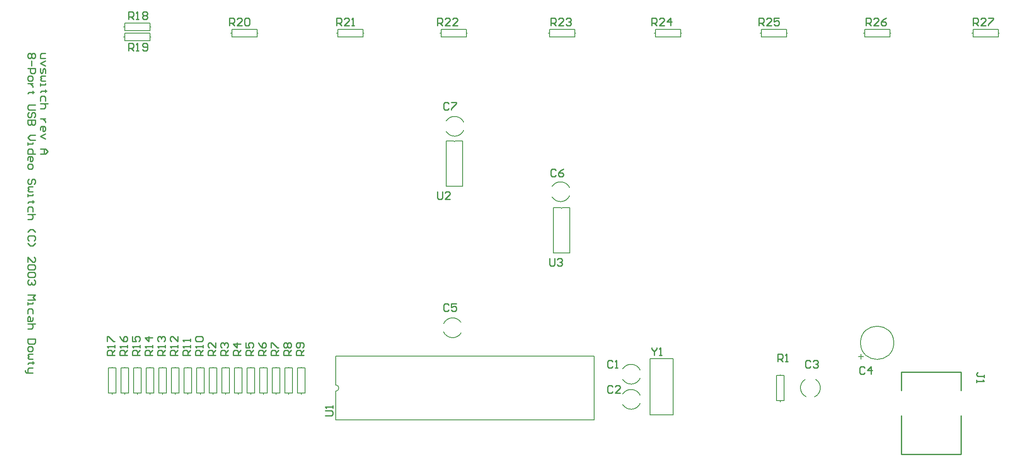
<source format=gto>
%FSLAX23Y23*%
%MOIN*%
G70*
G01*
G75*
%ADD10R,0.059X0.012*%
%ADD11O,0.059X0.012*%
%ADD12C,0.010*%
%ADD13C,0.300*%
%ADD14C,0.130*%
%ADD15C,0.110*%
%ADD16R,0.059X0.059*%
%ADD17C,0.059*%
%ADD18C,0.055*%
%ADD19R,0.053X0.053*%
%ADD20C,0.053*%
%ADD21C,0.047*%
%ADD22R,0.047X0.047*%
%ADD23R,0.059X0.059*%
%ADD24C,0.059*%
%ADD25C,0.065*%
%ADD26C,0.180*%
%ADD27C,0.050*%
%ADD28C,0.008*%
%ADD29C,0.006*%
D12*
X8080Y1014D02*
X8554D01*
Y1320D01*
X8080Y1014D02*
Y1320D01*
Y1668D02*
X8554D01*
X8080Y1520D02*
Y1668D01*
X8554Y1520D02*
Y1668D01*
X1290Y4200D02*
X1260D01*
X1250Y4190D01*
Y4160D01*
X1290D01*
Y4140D02*
X1250Y4120D01*
X1290Y4100D01*
X1250Y4080D02*
Y4050D01*
X1260Y4040D01*
X1270Y4050D01*
Y4070D01*
X1280Y4080D01*
X1290Y4070D01*
Y4040D01*
Y4020D02*
X1260D01*
X1250Y4010D01*
X1260Y4000D01*
X1250Y3990D01*
X1260Y3980D01*
X1290D01*
X1250Y3960D02*
Y3940D01*
Y3950D01*
X1290D01*
Y3960D01*
X1300Y3900D02*
X1290D01*
Y3910D01*
Y3890D01*
Y3900D01*
X1260D01*
X1250Y3890D01*
X1290Y3820D02*
Y3850D01*
X1280Y3860D01*
X1260D01*
X1250Y3850D01*
Y3820D01*
X1310Y3800D02*
X1250D01*
X1280D01*
X1290Y3790D01*
Y3770D01*
X1280Y3760D01*
X1250D01*
X1290Y3680D02*
X1250D01*
X1270D01*
X1280Y3670D01*
X1290Y3660D01*
Y3650D01*
X1250Y3590D02*
Y3610D01*
X1260Y3620D01*
X1280D01*
X1290Y3610D01*
Y3590D01*
X1280Y3580D01*
X1270D01*
Y3620D01*
X1290Y3560D02*
X1250Y3540D01*
X1290Y3520D01*
X1250Y3440D02*
X1290D01*
X1310Y3420D01*
X1290Y3400D01*
X1250D01*
X1280D01*
Y3440D01*
X1200Y4200D02*
X1210Y4190D01*
Y4170D01*
X1200Y4160D01*
X1190D01*
X1180Y4170D01*
X1170Y4160D01*
X1160D01*
X1150Y4170D01*
Y4190D01*
X1160Y4200D01*
X1170D01*
X1180Y4190D01*
X1190Y4200D01*
X1200D01*
X1180Y4190D02*
Y4170D01*
Y4140D02*
Y4100D01*
X1150Y4080D02*
X1210D01*
Y4050D01*
X1200Y4040D01*
X1180D01*
X1170Y4050D01*
Y4080D01*
X1150Y4010D02*
Y3990D01*
X1160Y3980D01*
X1180D01*
X1190Y3990D01*
Y4010D01*
X1180Y4020D01*
X1160D01*
X1150Y4010D01*
X1190Y3960D02*
X1150D01*
X1170D01*
X1180Y3950D01*
X1190Y3940D01*
Y3930D01*
X1200Y3890D02*
X1190D01*
Y3900D01*
Y3880D01*
Y3890D01*
X1160D01*
X1150Y3880D01*
X1210Y3790D02*
X1160D01*
X1150Y3780D01*
Y3760D01*
X1160Y3750D01*
X1210D01*
X1200Y3690D02*
X1210Y3700D01*
Y3720D01*
X1200Y3730D01*
X1190D01*
X1180Y3720D01*
Y3700D01*
X1170Y3690D01*
X1160D01*
X1150Y3700D01*
Y3720D01*
X1160Y3730D01*
X1210Y3670D02*
X1150D01*
Y3640D01*
X1160Y3630D01*
X1170D01*
X1180Y3640D01*
Y3670D01*
Y3640D01*
X1190Y3630D01*
X1200D01*
X1210Y3640D01*
Y3670D01*
Y3550D02*
X1170D01*
X1150Y3530D01*
X1170Y3510D01*
X1210D01*
X1150Y3490D02*
Y3470D01*
Y3480D01*
X1190D01*
Y3490D01*
X1210Y3400D02*
X1150D01*
Y3430D01*
X1160Y3440D01*
X1180D01*
X1190Y3430D01*
Y3400D01*
X1150Y3350D02*
Y3370D01*
X1160Y3380D01*
X1180D01*
X1190Y3370D01*
Y3350D01*
X1180Y3340D01*
X1170D01*
Y3380D01*
X1150Y3310D02*
Y3290D01*
X1160Y3280D01*
X1180D01*
X1190Y3290D01*
Y3310D01*
X1180Y3320D01*
X1160D01*
X1150Y3310D01*
X1200Y3160D02*
X1210Y3170D01*
Y3190D01*
X1200Y3200D01*
X1190D01*
X1180Y3190D01*
Y3170D01*
X1170Y3160D01*
X1160D01*
X1150Y3170D01*
Y3190D01*
X1160Y3200D01*
X1190Y3140D02*
X1160D01*
X1150Y3130D01*
X1160Y3120D01*
X1150Y3110D01*
X1160Y3100D01*
X1190D01*
X1150Y3080D02*
Y3060D01*
Y3070D01*
X1190D01*
Y3080D01*
X1200Y3020D02*
X1190D01*
Y3030D01*
Y3010D01*
Y3020D01*
X1160D01*
X1150Y3010D01*
X1190Y2940D02*
Y2970D01*
X1180Y2980D01*
X1160D01*
X1150Y2970D01*
Y2940D01*
X1210Y2920D02*
X1150D01*
X1180D01*
X1190Y2910D01*
Y2890D01*
X1180Y2880D01*
X1150D01*
Y2780D02*
X1170Y2800D01*
X1190D01*
X1210Y2780D01*
X1200Y2710D02*
X1210Y2720D01*
Y2740D01*
X1200Y2750D01*
X1160D01*
X1150Y2740D01*
Y2720D01*
X1160Y2710D01*
X1150Y2690D02*
X1170Y2670D01*
X1190D01*
X1210Y2690D01*
X1150Y2541D02*
Y2581D01*
X1190Y2541D01*
X1200D01*
X1210Y2551D01*
Y2571D01*
X1200Y2581D01*
Y2521D02*
X1210Y2511D01*
Y2491D01*
X1200Y2481D01*
X1160D01*
X1150Y2491D01*
Y2511D01*
X1160Y2521D01*
X1200D01*
Y2461D02*
X1210Y2451D01*
Y2431D01*
X1200Y2421D01*
X1160D01*
X1150Y2431D01*
Y2451D01*
X1160Y2461D01*
X1200D01*
Y2401D02*
X1210Y2391D01*
Y2371D01*
X1200Y2361D01*
X1190D01*
X1180Y2371D01*
Y2381D01*
Y2371D01*
X1170Y2361D01*
X1160D01*
X1150Y2371D01*
Y2391D01*
X1160Y2401D01*
X1150Y2281D02*
X1210D01*
X1190Y2261D01*
X1210Y2241D01*
X1150D01*
Y2221D02*
Y2201D01*
Y2211D01*
X1190D01*
Y2221D01*
Y2131D02*
Y2161D01*
X1180Y2171D01*
X1160D01*
X1150Y2161D01*
Y2131D01*
X1190Y2101D02*
Y2081D01*
X1180Y2071D01*
X1150D01*
Y2101D01*
X1160Y2111D01*
X1170Y2101D01*
Y2071D01*
X1210Y2051D02*
X1150D01*
X1180D01*
X1190Y2041D01*
Y2021D01*
X1180Y2011D01*
X1150D01*
X1210Y1931D02*
X1150D01*
Y1901D01*
X1160Y1891D01*
X1200D01*
X1210Y1901D01*
Y1931D01*
X1150Y1861D02*
Y1841D01*
X1160Y1831D01*
X1180D01*
X1190Y1841D01*
Y1861D01*
X1180Y1871D01*
X1160D01*
X1150Y1861D01*
X1190Y1811D02*
X1160D01*
X1150Y1801D01*
X1160Y1791D01*
X1150Y1781D01*
X1160Y1771D01*
X1190D01*
X1200Y1741D02*
X1190D01*
Y1751D01*
Y1731D01*
Y1741D01*
X1160D01*
X1150Y1731D01*
X1190Y1701D02*
X1160D01*
X1150Y1691D01*
Y1661D01*
X1140D01*
X1130Y1671D01*
Y1681D01*
X1150Y1661D02*
X1190D01*
X1950Y4470D02*
Y4530D01*
X1980D01*
X1990Y4520D01*
Y4500D01*
X1980Y4490D01*
X1950D01*
X1970D02*
X1990Y4470D01*
X2010D02*
X2030D01*
X2020D01*
Y4530D01*
X2010Y4520D01*
X2060D02*
X2070Y4530D01*
X2090D01*
X2100Y4520D01*
Y4510D01*
X2090Y4500D01*
X2100Y4490D01*
Y4480D01*
X2090Y4470D01*
X2070D01*
X2060Y4480D01*
Y4490D01*
X2070Y4500D01*
X2060Y4510D01*
Y4520D01*
X2070Y4500D02*
X2090D01*
X1950Y4220D02*
Y4280D01*
X1980D01*
X1990Y4270D01*
Y4250D01*
X1980Y4240D01*
X1950D01*
X1970D02*
X1990Y4220D01*
X2010D02*
X2030D01*
X2020D01*
Y4280D01*
X2010Y4270D01*
X2060Y4230D02*
X2070Y4220D01*
X2090D01*
X2100Y4230D01*
Y4270D01*
X2090Y4280D01*
X2070D01*
X2060Y4270D01*
Y4260D01*
X2070Y4250D01*
X2100D01*
X2750Y4420D02*
Y4480D01*
X2780D01*
X2790Y4470D01*
Y4450D01*
X2780Y4440D01*
X2750D01*
X2770D02*
X2790Y4420D01*
X2850D02*
X2810D01*
X2850Y4460D01*
Y4470D01*
X2840Y4480D01*
X2820D01*
X2810Y4470D01*
X2870D02*
X2880Y4480D01*
X2900D01*
X2910Y4470D01*
Y4430D01*
X2900Y4420D01*
X2880D01*
X2870Y4430D01*
Y4470D01*
X3600Y4420D02*
Y4480D01*
X3630D01*
X3640Y4470D01*
Y4450D01*
X3630Y4440D01*
X3600D01*
X3620D02*
X3640Y4420D01*
X3700D02*
X3660D01*
X3700Y4460D01*
Y4470D01*
X3690Y4480D01*
X3670D01*
X3660Y4470D01*
X3720Y4420D02*
X3740D01*
X3730D01*
Y4480D01*
X3720Y4470D01*
X4400Y4420D02*
Y4480D01*
X4430D01*
X4440Y4470D01*
Y4450D01*
X4430Y4440D01*
X4400D01*
X4420D02*
X4440Y4420D01*
X4500D02*
X4460D01*
X4500Y4460D01*
Y4470D01*
X4490Y4480D01*
X4470D01*
X4460Y4470D01*
X4560Y4420D02*
X4520D01*
X4560Y4460D01*
Y4470D01*
X4550Y4480D01*
X4530D01*
X4520Y4470D01*
X5300Y4420D02*
Y4480D01*
X5330D01*
X5340Y4470D01*
Y4450D01*
X5330Y4440D01*
X5300D01*
X5320D02*
X5340Y4420D01*
X5400D02*
X5360D01*
X5400Y4460D01*
Y4470D01*
X5390Y4480D01*
X5370D01*
X5360Y4470D01*
X5420D02*
X5430Y4480D01*
X5450D01*
X5460Y4470D01*
Y4460D01*
X5450Y4450D01*
X5440D01*
X5450D01*
X5460Y4440D01*
Y4430D01*
X5450Y4420D01*
X5430D01*
X5420Y4430D01*
X6100Y4420D02*
Y4480D01*
X6130D01*
X6140Y4470D01*
Y4450D01*
X6130Y4440D01*
X6100D01*
X6120D02*
X6140Y4420D01*
X6200D02*
X6160D01*
X6200Y4460D01*
Y4470D01*
X6190Y4480D01*
X6170D01*
X6160Y4470D01*
X6250Y4420D02*
Y4480D01*
X6220Y4450D01*
X6260D01*
X6950Y4420D02*
Y4480D01*
X6980D01*
X6990Y4470D01*
Y4450D01*
X6980Y4440D01*
X6950D01*
X6970D02*
X6990Y4420D01*
X7050D02*
X7010D01*
X7050Y4460D01*
Y4470D01*
X7040Y4480D01*
X7020D01*
X7010Y4470D01*
X7110Y4480D02*
X7070D01*
Y4450D01*
X7090Y4460D01*
X7100D01*
X7110Y4450D01*
Y4430D01*
X7100Y4420D01*
X7080D01*
X7070Y4430D01*
X7800Y4420D02*
Y4480D01*
X7830D01*
X7840Y4470D01*
Y4450D01*
X7830Y4440D01*
X7800D01*
X7820D02*
X7840Y4420D01*
X7900D02*
X7860D01*
X7900Y4460D01*
Y4470D01*
X7890Y4480D01*
X7870D01*
X7860Y4470D01*
X7960Y4480D02*
X7940Y4470D01*
X7920Y4450D01*
Y4430D01*
X7930Y4420D01*
X7950D01*
X7960Y4430D01*
Y4440D01*
X7950Y4450D01*
X7920D01*
X8650Y4420D02*
Y4480D01*
X8680D01*
X8690Y4470D01*
Y4450D01*
X8680Y4440D01*
X8650D01*
X8670D02*
X8690Y4420D01*
X8750D02*
X8710D01*
X8750Y4460D01*
Y4470D01*
X8740Y4480D01*
X8720D01*
X8710Y4470D01*
X8770Y4480D02*
X8810D01*
Y4470D01*
X8770Y4430D01*
Y4420D01*
X5790Y1750D02*
X5780Y1760D01*
X5760D01*
X5750Y1750D01*
Y1710D01*
X5760Y1700D01*
X5780D01*
X5790Y1710D01*
X5810Y1700D02*
X5830D01*
X5820D01*
Y1760D01*
X5810Y1750D01*
X6100Y1860D02*
Y1850D01*
X6120Y1830D01*
X6140Y1850D01*
Y1860D01*
X6120Y1830D02*
Y1800D01*
X6160D02*
X6180D01*
X6170D01*
Y1860D01*
X6160Y1850D01*
X5790Y1550D02*
X5780Y1560D01*
X5760D01*
X5750Y1550D01*
Y1510D01*
X5760Y1500D01*
X5780D01*
X5790Y1510D01*
X5850Y1500D02*
X5810D01*
X5850Y1540D01*
Y1550D01*
X5840Y1560D01*
X5820D01*
X5810Y1550D01*
X7100Y1750D02*
Y1810D01*
X7130D01*
X7140Y1800D01*
Y1780D01*
X7130Y1770D01*
X7100D01*
X7120D02*
X7140Y1750D01*
X7160D02*
X7180D01*
X7170D01*
Y1810D01*
X7160Y1800D01*
X7360Y1750D02*
X7350Y1760D01*
X7330D01*
X7320Y1750D01*
Y1710D01*
X7330Y1700D01*
X7350D01*
X7360Y1710D01*
X7380Y1750D02*
X7390Y1760D01*
X7410D01*
X7420Y1750D01*
Y1740D01*
X7410Y1730D01*
X7400D01*
X7410D01*
X7420Y1720D01*
Y1710D01*
X7410Y1700D01*
X7390D01*
X7380Y1710D01*
X7790Y1700D02*
X7780Y1710D01*
X7760D01*
X7750Y1700D01*
Y1660D01*
X7760Y1650D01*
X7780D01*
X7790Y1660D01*
X7840Y1650D02*
Y1710D01*
X7810Y1680D01*
X7850D01*
X4490Y3800D02*
X4480Y3810D01*
X4460D01*
X4450Y3800D01*
Y3760D01*
X4460Y3750D01*
X4480D01*
X4490Y3760D01*
X4510Y3810D02*
X4550D01*
Y3800D01*
X4510Y3760D01*
Y3750D01*
X5340Y3270D02*
X5330Y3280D01*
X5310D01*
X5300Y3270D01*
Y3230D01*
X5310Y3220D01*
X5330D01*
X5340Y3230D01*
X5400Y3280D02*
X5380Y3270D01*
X5360Y3250D01*
Y3230D01*
X5370Y3220D01*
X5390D01*
X5400Y3230D01*
Y3240D01*
X5390Y3250D01*
X5360D01*
X4490Y2200D02*
X4480Y2210D01*
X4460D01*
X4450Y2200D01*
Y2160D01*
X4460Y2150D01*
X4480D01*
X4490Y2160D01*
X4550Y2210D02*
X4510D01*
Y2180D01*
X4530Y2190D01*
X4540D01*
X4550Y2180D01*
Y2160D01*
X4540Y2150D01*
X4520D01*
X4510Y2160D01*
X3510Y1320D02*
X3560D01*
X3570Y1330D01*
Y1350D01*
X3560Y1360D01*
X3510D01*
X3570Y1380D02*
Y1400D01*
Y1390D01*
X3510D01*
X3520Y1380D01*
X8738Y1623D02*
Y1643D01*
Y1633D01*
X8688D01*
X8678Y1643D01*
Y1653D01*
X8688Y1663D01*
X8678Y1603D02*
Y1583D01*
Y1593D01*
X8738D01*
X8728Y1603D01*
X4400Y3100D02*
Y3050D01*
X4410Y3040D01*
X4430D01*
X4440Y3050D01*
Y3100D01*
X4500Y3040D02*
X4460D01*
X4500Y3080D01*
Y3090D01*
X4490Y3100D01*
X4470D01*
X4460Y3090D01*
X5290Y2570D02*
Y2520D01*
X5300Y2510D01*
X5320D01*
X5330Y2520D01*
Y2570D01*
X5350Y2560D02*
X5360Y2570D01*
X5380D01*
X5390Y2560D01*
Y2550D01*
X5380Y2540D01*
X5370D01*
X5380D01*
X5390Y2530D01*
Y2520D01*
X5380Y2510D01*
X5360D01*
X5350Y2520D01*
X2640Y1800D02*
X2580D01*
Y1830D01*
X2590Y1840D01*
X2610D01*
X2620Y1830D01*
Y1800D01*
Y1820D02*
X2640Y1840D01*
Y1900D02*
Y1860D01*
X2600Y1900D01*
X2590D01*
X2580Y1890D01*
Y1870D01*
X2590Y1860D01*
X2740Y1800D02*
X2680D01*
Y1830D01*
X2690Y1840D01*
X2710D01*
X2720Y1830D01*
Y1800D01*
Y1820D02*
X2740Y1840D01*
X2690Y1860D02*
X2680Y1870D01*
Y1890D01*
X2690Y1900D01*
X2700D01*
X2710Y1890D01*
Y1880D01*
Y1890D01*
X2720Y1900D01*
X2730D01*
X2740Y1890D01*
Y1870D01*
X2730Y1860D01*
X2840Y1800D02*
X2780D01*
Y1830D01*
X2790Y1840D01*
X2810D01*
X2820Y1830D01*
Y1800D01*
Y1820D02*
X2840Y1840D01*
Y1890D02*
X2780D01*
X2810Y1860D01*
Y1900D01*
X2940Y1800D02*
X2880D01*
Y1830D01*
X2890Y1840D01*
X2910D01*
X2920Y1830D01*
Y1800D01*
Y1820D02*
X2940Y1840D01*
X2880Y1900D02*
Y1860D01*
X2910D01*
X2900Y1880D01*
Y1890D01*
X2910Y1900D01*
X2930D01*
X2940Y1890D01*
Y1870D01*
X2930Y1860D01*
X3040Y1800D02*
X2980D01*
Y1830D01*
X2990Y1840D01*
X3010D01*
X3020Y1830D01*
Y1800D01*
Y1820D02*
X3040Y1840D01*
X2980Y1900D02*
X2990Y1880D01*
X3010Y1860D01*
X3030D01*
X3040Y1870D01*
Y1890D01*
X3030Y1900D01*
X3020D01*
X3010Y1890D01*
Y1860D01*
X3140Y1800D02*
X3080D01*
Y1830D01*
X3090Y1840D01*
X3110D01*
X3120Y1830D01*
Y1800D01*
Y1820D02*
X3140Y1840D01*
X3080Y1860D02*
Y1900D01*
X3090D01*
X3130Y1860D01*
X3140D01*
X3240Y1800D02*
X3180D01*
Y1830D01*
X3190Y1840D01*
X3210D01*
X3220Y1830D01*
Y1800D01*
Y1820D02*
X3240Y1840D01*
X3190Y1860D02*
X3180Y1870D01*
Y1890D01*
X3190Y1900D01*
X3200D01*
X3210Y1890D01*
X3220Y1900D01*
X3230D01*
X3240Y1890D01*
Y1870D01*
X3230Y1860D01*
X3220D01*
X3210Y1870D01*
X3200Y1860D01*
X3190D01*
X3210Y1870D02*
Y1890D01*
X3340Y1800D02*
X3280D01*
Y1830D01*
X3290Y1840D01*
X3310D01*
X3320Y1830D01*
Y1800D01*
Y1820D02*
X3340Y1840D01*
X3330Y1860D02*
X3340Y1870D01*
Y1890D01*
X3330Y1900D01*
X3290D01*
X3280Y1890D01*
Y1870D01*
X3290Y1860D01*
X3300D01*
X3310Y1870D01*
Y1900D01*
X2540Y1800D02*
X2480D01*
Y1830D01*
X2490Y1840D01*
X2510D01*
X2520Y1830D01*
Y1800D01*
Y1820D02*
X2540Y1840D01*
Y1860D02*
Y1880D01*
Y1870D01*
X2480D01*
X2490Y1860D01*
Y1910D02*
X2480Y1920D01*
Y1940D01*
X2490Y1950D01*
X2530D01*
X2540Y1940D01*
Y1920D01*
X2530Y1910D01*
X2490D01*
X2440Y1800D02*
X2380D01*
Y1830D01*
X2390Y1840D01*
X2410D01*
X2420Y1830D01*
Y1800D01*
Y1820D02*
X2440Y1840D01*
Y1860D02*
Y1880D01*
Y1870D01*
X2380D01*
X2390Y1860D01*
X2440Y1910D02*
Y1930D01*
Y1920D01*
X2380D01*
X2390Y1910D01*
X2340Y1800D02*
X2280D01*
Y1830D01*
X2290Y1840D01*
X2310D01*
X2320Y1830D01*
Y1800D01*
Y1820D02*
X2340Y1840D01*
Y1860D02*
Y1880D01*
Y1870D01*
X2280D01*
X2290Y1860D01*
X2340Y1950D02*
Y1910D01*
X2300Y1950D01*
X2290D01*
X2280Y1940D01*
Y1920D01*
X2290Y1910D01*
X2240Y1800D02*
X2180D01*
Y1830D01*
X2190Y1840D01*
X2210D01*
X2220Y1830D01*
Y1800D01*
Y1820D02*
X2240Y1840D01*
Y1860D02*
Y1880D01*
Y1870D01*
X2180D01*
X2190Y1860D01*
Y1910D02*
X2180Y1920D01*
Y1940D01*
X2190Y1950D01*
X2200D01*
X2210Y1940D01*
Y1930D01*
Y1940D01*
X2220Y1950D01*
X2230D01*
X2240Y1940D01*
Y1920D01*
X2230Y1910D01*
X2140Y1800D02*
X2080D01*
Y1830D01*
X2090Y1840D01*
X2110D01*
X2120Y1830D01*
Y1800D01*
Y1820D02*
X2140Y1840D01*
Y1860D02*
Y1880D01*
Y1870D01*
X2080D01*
X2090Y1860D01*
X2140Y1940D02*
X2080D01*
X2110Y1910D01*
Y1950D01*
X2040Y1800D02*
X1980D01*
Y1830D01*
X1990Y1840D01*
X2010D01*
X2020Y1830D01*
Y1800D01*
Y1820D02*
X2040Y1840D01*
Y1860D02*
Y1880D01*
Y1870D01*
X1980D01*
X1990Y1860D01*
X1980Y1950D02*
Y1910D01*
X2010D01*
X2000Y1930D01*
Y1940D01*
X2010Y1950D01*
X2030D01*
X2040Y1940D01*
Y1920D01*
X2030Y1910D01*
X1940Y1800D02*
X1880D01*
Y1830D01*
X1890Y1840D01*
X1910D01*
X1920Y1830D01*
Y1800D01*
Y1820D02*
X1940Y1840D01*
Y1860D02*
Y1880D01*
Y1870D01*
X1880D01*
X1890Y1860D01*
X1880Y1950D02*
X1890Y1930D01*
X1910Y1910D01*
X1930D01*
X1940Y1920D01*
Y1940D01*
X1930Y1950D01*
X1920D01*
X1910Y1940D01*
Y1910D01*
X1840Y1800D02*
X1780D01*
Y1830D01*
X1790Y1840D01*
X1810D01*
X1820Y1830D01*
Y1800D01*
Y1820D02*
X1840Y1840D01*
Y1860D02*
Y1880D01*
Y1870D01*
X1780D01*
X1790Y1860D01*
X1780Y1910D02*
Y1950D01*
X1790D01*
X1830Y1910D01*
X1840D01*
D28*
X5872Y1608D02*
G03*
X6010Y1617I66J42D01*
G01*
Y1683D02*
G03*
X5872Y1692I-72J-33D01*
G01*
Y1408D02*
G03*
X6010Y1417I66J42D01*
G01*
Y1483D02*
G03*
X5872Y1492I-72J-33D01*
G01*
X7318Y1608D02*
G03*
X7327Y1470I42J-66D01*
G01*
X7393D02*
G03*
X7402Y1608I-33J72D01*
G01*
X8022Y1900D02*
G03*
X8022Y1900I-132J0D01*
G01*
X4472Y3578D02*
G03*
X4610Y3587I66J42D01*
G01*
Y3653D02*
G03*
X4472Y3662I-72J-33D01*
G01*
X5312Y3058D02*
G03*
X5450Y3067I66J42D01*
G01*
Y3133D02*
G03*
X5312Y3142I-72J-33D01*
G01*
X4588Y2062D02*
G03*
X4450Y2053I-66J-42D01*
G01*
Y1987D02*
G03*
X4588Y1978I72J33D01*
G01*
X3594Y1515D02*
G03*
X3594Y1565I0J25D01*
G01*
X4530Y3503D02*
G03*
X4543Y3503I6J0D01*
G01*
X5380Y2973D02*
G03*
X5393Y2973I6J0D01*
G01*
X1920Y4380D02*
Y4410D01*
Y4380D02*
X2120D01*
Y4440D01*
X1920D02*
X2120D01*
X1920Y4410D02*
Y4440D01*
X2120Y4410D02*
X2129D01*
X1911D02*
X1920D01*
Y4300D02*
Y4330D01*
Y4300D02*
X2120D01*
Y4360D01*
X1920D02*
X2120D01*
X1920Y4330D02*
Y4360D01*
X2120Y4330D02*
X2129D01*
X1911D02*
X1920D01*
X2770D02*
Y4360D01*
Y4330D02*
X2970D01*
Y4390D01*
X2770D02*
X2970D01*
X2770Y4360D02*
Y4390D01*
X2970Y4360D02*
X2979D01*
X2761D02*
X2770D01*
X3610Y4330D02*
Y4360D01*
Y4330D02*
X3810D01*
Y4390D01*
X3610D02*
X3810D01*
X3610Y4360D02*
Y4390D01*
X3810Y4360D02*
X3819D01*
X3601D02*
X3610D01*
X4430Y4330D02*
Y4360D01*
Y4330D02*
X4630D01*
Y4390D01*
X4430D02*
X4630D01*
X4430Y4360D02*
Y4390D01*
X4630Y4360D02*
X4639D01*
X4421D02*
X4430D01*
X5290Y4330D02*
Y4360D01*
Y4330D02*
X5490D01*
Y4390D01*
X5290D02*
X5490D01*
X5290Y4360D02*
Y4390D01*
X5490Y4360D02*
X5499D01*
X5281D02*
X5290D01*
X6130Y4330D02*
Y4360D01*
Y4330D02*
X6330D01*
Y4390D01*
X6130D02*
X6330D01*
X6130Y4360D02*
Y4390D01*
X6330Y4360D02*
X6339D01*
X6121D02*
X6130D01*
X6970Y4330D02*
Y4360D01*
Y4330D02*
X7170D01*
Y4390D01*
X6970D02*
X7170D01*
X6970Y4360D02*
Y4390D01*
X7170Y4360D02*
X7179D01*
X6961D02*
X6970D01*
X7790Y4330D02*
Y4360D01*
Y4330D02*
X7990D01*
Y4390D01*
X7790D02*
X7990D01*
X7790Y4360D02*
Y4390D01*
X7990Y4360D02*
X7999D01*
X7781D02*
X7790D01*
X8650Y4330D02*
Y4360D01*
Y4330D02*
X8850D01*
Y4390D01*
X8650D02*
X8850D01*
X8650Y4360D02*
Y4390D01*
X8850Y4360D02*
X8859D01*
X8641D02*
X8650D01*
X6087Y1774D02*
X6273D01*
Y1326D02*
Y1774D01*
X6087Y1326D02*
X6273D01*
X6087D02*
Y1774D01*
X7090Y1640D02*
X7120D01*
X7090Y1440D02*
Y1640D01*
Y1440D02*
X7150D01*
Y1640D01*
X7120D02*
X7150D01*
X7120Y1431D02*
Y1440D01*
Y1640D02*
Y1649D01*
X3594Y1286D02*
Y1515D01*
Y1565D02*
Y1794D01*
X5646Y1286D02*
Y1794D01*
X3594Y1286D02*
X5646D01*
X3594Y1794D02*
X5646D01*
X4472Y3503D02*
X4530D01*
X4543D02*
X4600D01*
Y3145D02*
Y3503D01*
X4472Y3145D02*
X4600D01*
X4472D02*
Y3503D01*
X2620Y1491D02*
Y1500D01*
Y1700D02*
Y1709D01*
X2590Y1500D02*
X2620D01*
X2590D02*
Y1700D01*
X2650D01*
Y1500D02*
Y1700D01*
X2620Y1500D02*
X2650D01*
X2720Y1491D02*
Y1500D01*
Y1700D02*
Y1709D01*
X2690Y1500D02*
X2720D01*
X2690D02*
Y1700D01*
X2750D01*
Y1500D02*
Y1700D01*
X2720Y1500D02*
X2750D01*
X2820Y1491D02*
Y1500D01*
Y1700D02*
Y1709D01*
X2790Y1500D02*
X2820D01*
X2790D02*
Y1700D01*
X2850D01*
Y1500D02*
Y1700D01*
X2820Y1500D02*
X2850D01*
X2920Y1491D02*
Y1500D01*
Y1700D02*
Y1709D01*
X2890Y1500D02*
X2920D01*
X2890D02*
Y1700D01*
X2950D01*
Y1500D02*
Y1700D01*
X2920Y1500D02*
X2950D01*
X3020Y1491D02*
Y1500D01*
Y1700D02*
Y1709D01*
X2990Y1500D02*
X3020D01*
X2990D02*
Y1700D01*
X3050D01*
Y1500D02*
Y1700D01*
X3020Y1500D02*
X3050D01*
X3120Y1491D02*
Y1500D01*
Y1700D02*
Y1709D01*
X3090Y1500D02*
X3120D01*
X3090D02*
Y1700D01*
X3150D01*
Y1500D02*
Y1700D01*
X3120Y1500D02*
X3150D01*
X3220Y1491D02*
Y1500D01*
Y1700D02*
Y1709D01*
X3190Y1500D02*
X3220D01*
X3190D02*
Y1700D01*
X3250D01*
Y1500D02*
Y1700D01*
X3220Y1500D02*
X3250D01*
X3320Y1491D02*
Y1500D01*
Y1700D02*
Y1709D01*
X3290Y1500D02*
X3320D01*
X3290D02*
Y1700D01*
X3350D01*
Y1500D02*
Y1700D01*
X3320Y1500D02*
X3350D01*
X2520Y1700D02*
Y1709D01*
Y1491D02*
Y1500D01*
Y1700D02*
X2550D01*
Y1500D02*
Y1700D01*
X2490Y1500D02*
X2550D01*
X2490D02*
Y1700D01*
X2520D01*
X2420D02*
Y1709D01*
Y1491D02*
Y1500D01*
Y1700D02*
X2450D01*
Y1500D02*
Y1700D01*
X2390Y1500D02*
X2450D01*
X2390D02*
Y1700D01*
X2420D01*
X2320D02*
Y1709D01*
Y1491D02*
Y1500D01*
Y1700D02*
X2350D01*
Y1500D02*
Y1700D01*
X2290Y1500D02*
X2350D01*
X2290D02*
Y1700D01*
X2320D01*
X2220D02*
Y1709D01*
Y1491D02*
Y1500D01*
Y1700D02*
X2250D01*
Y1500D02*
Y1700D01*
X2190Y1500D02*
X2250D01*
X2190D02*
Y1700D01*
X2220D01*
X2120D02*
Y1709D01*
Y1491D02*
Y1500D01*
Y1700D02*
X2150D01*
Y1500D02*
Y1700D01*
X2090Y1500D02*
X2150D01*
X2090D02*
Y1700D01*
X2120D01*
X2020D02*
Y1709D01*
Y1491D02*
Y1500D01*
Y1700D02*
X2050D01*
Y1500D02*
Y1700D01*
X1990Y1500D02*
X2050D01*
X1990D02*
Y1700D01*
X2020D01*
X1920D02*
Y1709D01*
Y1491D02*
Y1500D01*
Y1700D02*
X1950D01*
Y1500D02*
Y1700D01*
X1890Y1500D02*
X1950D01*
X1890D02*
Y1700D01*
X1920D01*
X1820D02*
Y1709D01*
Y1491D02*
Y1500D01*
Y1700D02*
X1850D01*
Y1500D02*
Y1700D01*
X1790Y1500D02*
X1850D01*
X1790D02*
Y1700D01*
X1820D01*
X5322Y2615D02*
Y2973D01*
Y2615D02*
X5450D01*
Y2973D01*
X5393D02*
X5450D01*
X5322D02*
X5380D01*
D29*
X7780Y1790D02*
X7741D01*
X7760Y1771D02*
Y1810D01*
M02*

</source>
